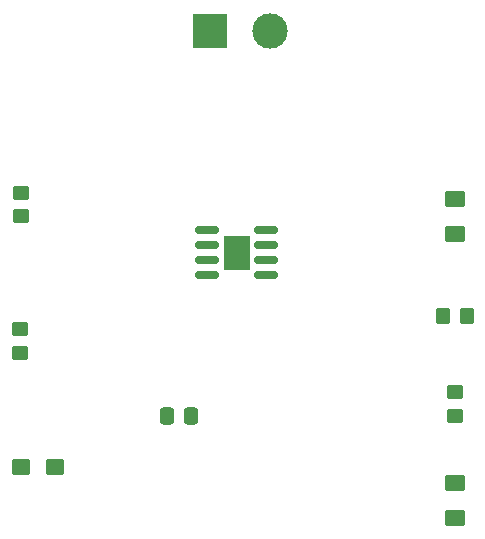
<source format=gbr>
%TF.GenerationSoftware,KiCad,Pcbnew,(6.0.10)*%
%TF.CreationDate,2023-02-17T09:15:48-08:00*%
%TF.ProjectId,Exercise II,45786572-6369-4736-9520-49492e6b6963,rev?*%
%TF.SameCoordinates,Original*%
%TF.FileFunction,Soldermask,Top*%
%TF.FilePolarity,Negative*%
%FSLAX46Y46*%
G04 Gerber Fmt 4.6, Leading zero omitted, Abs format (unit mm)*
G04 Created by KiCad (PCBNEW (6.0.10)) date 2023-02-17 09:15:48*
%MOMM*%
%LPD*%
G01*
G04 APERTURE LIST*
G04 Aperture macros list*
%AMRoundRect*
0 Rectangle with rounded corners*
0 $1 Rounding radius*
0 $2 $3 $4 $5 $6 $7 $8 $9 X,Y pos of 4 corners*
0 Add a 4 corners polygon primitive as box body*
4,1,4,$2,$3,$4,$5,$6,$7,$8,$9,$2,$3,0*
0 Add four circle primitives for the rounded corners*
1,1,$1+$1,$2,$3*
1,1,$1+$1,$4,$5*
1,1,$1+$1,$6,$7*
1,1,$1+$1,$8,$9*
0 Add four rect primitives between the rounded corners*
20,1,$1+$1,$2,$3,$4,$5,0*
20,1,$1+$1,$4,$5,$6,$7,0*
20,1,$1+$1,$6,$7,$8,$9,0*
20,1,$1+$1,$8,$9,$2,$3,0*%
G04 Aperture macros list end*
%ADD10RoundRect,0.250001X0.624999X-0.462499X0.624999X0.462499X-0.624999X0.462499X-0.624999X-0.462499X0*%
%ADD11RoundRect,0.250000X-0.450000X0.350000X-0.450000X-0.350000X0.450000X-0.350000X0.450000X0.350000X0*%
%ADD12RoundRect,0.150000X-0.825000X-0.150000X0.825000X-0.150000X0.825000X0.150000X-0.825000X0.150000X0*%
%ADD13R,2.290000X3.000000*%
%ADD14RoundRect,0.250000X0.350000X0.450000X-0.350000X0.450000X-0.350000X-0.450000X0.350000X-0.450000X0*%
%ADD15R,3.000000X3.000000*%
%ADD16C,3.000000*%
%ADD17RoundRect,0.250000X0.337500X0.475000X-0.337500X0.475000X-0.337500X-0.475000X0.337500X-0.475000X0*%
%ADD18RoundRect,0.250000X-0.537500X-0.425000X0.537500X-0.425000X0.537500X0.425000X-0.537500X0.425000X0*%
%ADD19RoundRect,0.250000X0.450000X-0.350000X0.450000X0.350000X-0.450000X0.350000X-0.450000X-0.350000X0*%
G04 APERTURE END LIST*
D10*
%TO.C,D2*%
X152654000Y-107786500D03*
X152654000Y-104811500D03*
%TD*%
D11*
%TO.C,R4*%
X152654000Y-97171000D03*
X152654000Y-99171000D03*
%TD*%
D12*
%TO.C,U1*%
X131699000Y-83427000D03*
X131699000Y-84697000D03*
X131699000Y-85967000D03*
X131699000Y-87237000D03*
X136649000Y-87237000D03*
X136649000Y-85967000D03*
X136649000Y-84697000D03*
X136649000Y-83427000D03*
D13*
X134174000Y-85332000D03*
%TD*%
D10*
%TO.C,D1*%
X152654000Y-83783500D03*
X152654000Y-80808500D03*
%TD*%
D14*
%TO.C,R3*%
X153654000Y-90678000D03*
X151654000Y-90678000D03*
%TD*%
D15*
%TO.C,J1*%
X131953000Y-66548000D03*
D16*
X137033000Y-66548000D03*
%TD*%
D17*
%TO.C,C2*%
X130323500Y-99187000D03*
X128248500Y-99187000D03*
%TD*%
D18*
%TO.C,C1*%
X115910500Y-103505000D03*
X118785500Y-103505000D03*
%TD*%
D19*
%TO.C,R1*%
X115951000Y-82280000D03*
X115951000Y-80280000D03*
%TD*%
%TO.C,R2*%
X115824000Y-93837000D03*
X115824000Y-91837000D03*
%TD*%
M02*

</source>
